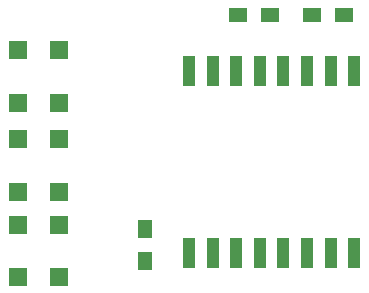
<source format=gtp>
G04 #@! TF.FileFunction,Paste,Top*
%FSLAX46Y46*%
G04 Gerber Fmt 4.6, Leading zero omitted, Abs format (unit mm)*
G04 Created by KiCad (PCBNEW 4.0.5+dfsg1-4) date Sat Sep 16 15:38:21 2017*
%MOMM*%
%LPD*%
G01*
G04 APERTURE LIST*
%ADD10C,0.100000*%
%ADD11R,1.100000X2.500000*%
%ADD12R,1.500000X1.300000*%
%ADD13R,1.300000X1.500000*%
%ADD14R,1.500000X1.500000*%
G04 APERTURE END LIST*
D10*
D11*
X160000000Y-78800000D03*
X158000000Y-78800000D03*
X156000000Y-78800000D03*
X154000000Y-78800000D03*
X152000000Y-78800000D03*
X150000000Y-78800000D03*
X148000000Y-78800000D03*
X146000000Y-78800000D03*
X146000000Y-94200000D03*
X148000000Y-94200000D03*
X150000000Y-94200000D03*
X152000000Y-94200000D03*
X154000000Y-94200000D03*
X156000000Y-94200000D03*
X158000000Y-94200000D03*
X160000000Y-94200000D03*
D12*
X152850000Y-74000000D03*
X150150000Y-74000000D03*
X156400000Y-74000000D03*
X159100000Y-74000000D03*
D13*
X142250000Y-94850000D03*
X142250000Y-92150000D03*
D14*
X131500000Y-88975000D03*
X131500000Y-84525000D03*
X135000000Y-88975000D03*
X135000000Y-84525000D03*
X131500000Y-96225000D03*
X131500000Y-91775000D03*
X135000000Y-96225000D03*
X135000000Y-91775000D03*
X131500000Y-81475000D03*
X131500000Y-77025000D03*
X135000000Y-81475000D03*
X135000000Y-77025000D03*
M02*

</source>
